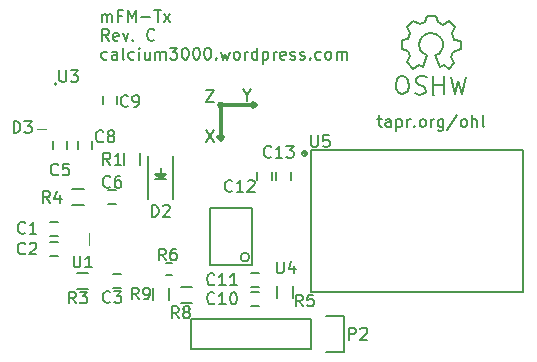
<source format=gto>
G04 #@! TF.FileFunction,Legend,Top*
%FSLAX46Y46*%
G04 Gerber Fmt 4.6, Leading zero omitted, Abs format (unit mm)*
G04 Created by KiCad (PCBNEW 4.0.2+dfsg1-stable) date Sun 14 May 2017 07:45:38 PM MDT*
%MOMM*%
G01*
G04 APERTURE LIST*
%ADD10C,0.100000*%
%ADD11C,0.200000*%
%ADD12C,0.150000*%
%ADD13C,0.300000*%
G04 APERTURE END LIST*
D10*
D11*
X194352380Y-102085714D02*
X194733332Y-102085714D01*
X194495237Y-101752381D02*
X194495237Y-102609524D01*
X194542856Y-102704762D01*
X194638094Y-102752381D01*
X194733332Y-102752381D01*
X195495238Y-102752381D02*
X195495238Y-102228571D01*
X195447619Y-102133333D01*
X195352381Y-102085714D01*
X195161904Y-102085714D01*
X195066666Y-102133333D01*
X195495238Y-102704762D02*
X195400000Y-102752381D01*
X195161904Y-102752381D01*
X195066666Y-102704762D01*
X195019047Y-102609524D01*
X195019047Y-102514286D01*
X195066666Y-102419048D01*
X195161904Y-102371429D01*
X195400000Y-102371429D01*
X195495238Y-102323810D01*
X195971428Y-102085714D02*
X195971428Y-103085714D01*
X195971428Y-102133333D02*
X196066666Y-102085714D01*
X196257143Y-102085714D01*
X196352381Y-102133333D01*
X196400000Y-102180952D01*
X196447619Y-102276190D01*
X196447619Y-102561905D01*
X196400000Y-102657143D01*
X196352381Y-102704762D01*
X196257143Y-102752381D01*
X196066666Y-102752381D01*
X195971428Y-102704762D01*
X196876190Y-102752381D02*
X196876190Y-102085714D01*
X196876190Y-102276190D02*
X196923809Y-102180952D01*
X196971428Y-102133333D01*
X197066666Y-102085714D01*
X197161905Y-102085714D01*
X197495238Y-102657143D02*
X197542857Y-102704762D01*
X197495238Y-102752381D01*
X197447619Y-102704762D01*
X197495238Y-102657143D01*
X197495238Y-102752381D01*
X198114285Y-102752381D02*
X198019047Y-102704762D01*
X197971428Y-102657143D01*
X197923809Y-102561905D01*
X197923809Y-102276190D01*
X197971428Y-102180952D01*
X198019047Y-102133333D01*
X198114285Y-102085714D01*
X198257143Y-102085714D01*
X198352381Y-102133333D01*
X198400000Y-102180952D01*
X198447619Y-102276190D01*
X198447619Y-102561905D01*
X198400000Y-102657143D01*
X198352381Y-102704762D01*
X198257143Y-102752381D01*
X198114285Y-102752381D01*
X198876190Y-102752381D02*
X198876190Y-102085714D01*
X198876190Y-102276190D02*
X198923809Y-102180952D01*
X198971428Y-102133333D01*
X199066666Y-102085714D01*
X199161905Y-102085714D01*
X199923810Y-102085714D02*
X199923810Y-102895238D01*
X199876191Y-102990476D01*
X199828572Y-103038095D01*
X199733333Y-103085714D01*
X199590476Y-103085714D01*
X199495238Y-103038095D01*
X199923810Y-102704762D02*
X199828572Y-102752381D01*
X199638095Y-102752381D01*
X199542857Y-102704762D01*
X199495238Y-102657143D01*
X199447619Y-102561905D01*
X199447619Y-102276190D01*
X199495238Y-102180952D01*
X199542857Y-102133333D01*
X199638095Y-102085714D01*
X199828572Y-102085714D01*
X199923810Y-102133333D01*
X201114286Y-101704762D02*
X200257143Y-102990476D01*
X201590476Y-102752381D02*
X201495238Y-102704762D01*
X201447619Y-102657143D01*
X201400000Y-102561905D01*
X201400000Y-102276190D01*
X201447619Y-102180952D01*
X201495238Y-102133333D01*
X201590476Y-102085714D01*
X201733334Y-102085714D01*
X201828572Y-102133333D01*
X201876191Y-102180952D01*
X201923810Y-102276190D01*
X201923810Y-102561905D01*
X201876191Y-102657143D01*
X201828572Y-102704762D01*
X201733334Y-102752381D01*
X201590476Y-102752381D01*
X202352381Y-102752381D02*
X202352381Y-101752381D01*
X202780953Y-102752381D02*
X202780953Y-102228571D01*
X202733334Y-102133333D01*
X202638096Y-102085714D01*
X202495238Y-102085714D01*
X202400000Y-102133333D01*
X202352381Y-102180952D01*
X203400000Y-102752381D02*
X203304762Y-102704762D01*
X203257143Y-102609524D01*
X203257143Y-101752381D01*
X171038095Y-93852381D02*
X171038095Y-93185714D01*
X171038095Y-93280952D02*
X171085714Y-93233333D01*
X171180952Y-93185714D01*
X171323810Y-93185714D01*
X171419048Y-93233333D01*
X171466667Y-93328571D01*
X171466667Y-93852381D01*
X171466667Y-93328571D02*
X171514286Y-93233333D01*
X171609524Y-93185714D01*
X171752381Y-93185714D01*
X171847619Y-93233333D01*
X171895238Y-93328571D01*
X171895238Y-93852381D01*
X172704762Y-93328571D02*
X172371428Y-93328571D01*
X172371428Y-93852381D02*
X172371428Y-92852381D01*
X172847619Y-92852381D01*
X173228571Y-93852381D02*
X173228571Y-92852381D01*
X173561905Y-93566667D01*
X173895238Y-92852381D01*
X173895238Y-93852381D01*
X174371428Y-93471429D02*
X175133333Y-93471429D01*
X175466666Y-92852381D02*
X176038095Y-92852381D01*
X175752380Y-93852381D02*
X175752380Y-92852381D01*
X176276190Y-93852381D02*
X176800000Y-93185714D01*
X176276190Y-93185714D02*
X176800000Y-93852381D01*
X171609524Y-95452381D02*
X171276190Y-94976190D01*
X171038095Y-95452381D02*
X171038095Y-94452381D01*
X171419048Y-94452381D01*
X171514286Y-94500000D01*
X171561905Y-94547619D01*
X171609524Y-94642857D01*
X171609524Y-94785714D01*
X171561905Y-94880952D01*
X171514286Y-94928571D01*
X171419048Y-94976190D01*
X171038095Y-94976190D01*
X172419048Y-95404762D02*
X172323810Y-95452381D01*
X172133333Y-95452381D01*
X172038095Y-95404762D01*
X171990476Y-95309524D01*
X171990476Y-94928571D01*
X172038095Y-94833333D01*
X172133333Y-94785714D01*
X172323810Y-94785714D01*
X172419048Y-94833333D01*
X172466667Y-94928571D01*
X172466667Y-95023810D01*
X171990476Y-95119048D01*
X172800000Y-94785714D02*
X173038095Y-95452381D01*
X173276191Y-94785714D01*
X173657143Y-95357143D02*
X173704762Y-95404762D01*
X173657143Y-95452381D01*
X173609524Y-95404762D01*
X173657143Y-95357143D01*
X173657143Y-95452381D01*
X175466667Y-95357143D02*
X175419048Y-95404762D01*
X175276191Y-95452381D01*
X175180953Y-95452381D01*
X175038095Y-95404762D01*
X174942857Y-95309524D01*
X174895238Y-95214286D01*
X174847619Y-95023810D01*
X174847619Y-94880952D01*
X174895238Y-94690476D01*
X174942857Y-94595238D01*
X175038095Y-94500000D01*
X175180953Y-94452381D01*
X175276191Y-94452381D01*
X175419048Y-94500000D01*
X175466667Y-94547619D01*
X171466667Y-97004762D02*
X171371429Y-97052381D01*
X171180952Y-97052381D01*
X171085714Y-97004762D01*
X171038095Y-96957143D01*
X170990476Y-96861905D01*
X170990476Y-96576190D01*
X171038095Y-96480952D01*
X171085714Y-96433333D01*
X171180952Y-96385714D01*
X171371429Y-96385714D01*
X171466667Y-96433333D01*
X172323810Y-97052381D02*
X172323810Y-96528571D01*
X172276191Y-96433333D01*
X172180953Y-96385714D01*
X171990476Y-96385714D01*
X171895238Y-96433333D01*
X172323810Y-97004762D02*
X172228572Y-97052381D01*
X171990476Y-97052381D01*
X171895238Y-97004762D01*
X171847619Y-96909524D01*
X171847619Y-96814286D01*
X171895238Y-96719048D01*
X171990476Y-96671429D01*
X172228572Y-96671429D01*
X172323810Y-96623810D01*
X172942857Y-97052381D02*
X172847619Y-97004762D01*
X172800000Y-96909524D01*
X172800000Y-96052381D01*
X173752382Y-97004762D02*
X173657144Y-97052381D01*
X173466667Y-97052381D01*
X173371429Y-97004762D01*
X173323810Y-96957143D01*
X173276191Y-96861905D01*
X173276191Y-96576190D01*
X173323810Y-96480952D01*
X173371429Y-96433333D01*
X173466667Y-96385714D01*
X173657144Y-96385714D01*
X173752382Y-96433333D01*
X174180953Y-97052381D02*
X174180953Y-96385714D01*
X174180953Y-96052381D02*
X174133334Y-96100000D01*
X174180953Y-96147619D01*
X174228572Y-96100000D01*
X174180953Y-96052381D01*
X174180953Y-96147619D01*
X175085715Y-96385714D02*
X175085715Y-97052381D01*
X174657143Y-96385714D02*
X174657143Y-96909524D01*
X174704762Y-97004762D01*
X174800000Y-97052381D01*
X174942858Y-97052381D01*
X175038096Y-97004762D01*
X175085715Y-96957143D01*
X175561905Y-97052381D02*
X175561905Y-96385714D01*
X175561905Y-96480952D02*
X175609524Y-96433333D01*
X175704762Y-96385714D01*
X175847620Y-96385714D01*
X175942858Y-96433333D01*
X175990477Y-96528571D01*
X175990477Y-97052381D01*
X175990477Y-96528571D02*
X176038096Y-96433333D01*
X176133334Y-96385714D01*
X176276191Y-96385714D01*
X176371429Y-96433333D01*
X176419048Y-96528571D01*
X176419048Y-97052381D01*
X176800000Y-96052381D02*
X177419048Y-96052381D01*
X177085714Y-96433333D01*
X177228572Y-96433333D01*
X177323810Y-96480952D01*
X177371429Y-96528571D01*
X177419048Y-96623810D01*
X177419048Y-96861905D01*
X177371429Y-96957143D01*
X177323810Y-97004762D01*
X177228572Y-97052381D01*
X176942857Y-97052381D01*
X176847619Y-97004762D01*
X176800000Y-96957143D01*
X178038095Y-96052381D02*
X178133334Y-96052381D01*
X178228572Y-96100000D01*
X178276191Y-96147619D01*
X178323810Y-96242857D01*
X178371429Y-96433333D01*
X178371429Y-96671429D01*
X178323810Y-96861905D01*
X178276191Y-96957143D01*
X178228572Y-97004762D01*
X178133334Y-97052381D01*
X178038095Y-97052381D01*
X177942857Y-97004762D01*
X177895238Y-96957143D01*
X177847619Y-96861905D01*
X177800000Y-96671429D01*
X177800000Y-96433333D01*
X177847619Y-96242857D01*
X177895238Y-96147619D01*
X177942857Y-96100000D01*
X178038095Y-96052381D01*
X178990476Y-96052381D02*
X179085715Y-96052381D01*
X179180953Y-96100000D01*
X179228572Y-96147619D01*
X179276191Y-96242857D01*
X179323810Y-96433333D01*
X179323810Y-96671429D01*
X179276191Y-96861905D01*
X179228572Y-96957143D01*
X179180953Y-97004762D01*
X179085715Y-97052381D01*
X178990476Y-97052381D01*
X178895238Y-97004762D01*
X178847619Y-96957143D01*
X178800000Y-96861905D01*
X178752381Y-96671429D01*
X178752381Y-96433333D01*
X178800000Y-96242857D01*
X178847619Y-96147619D01*
X178895238Y-96100000D01*
X178990476Y-96052381D01*
X179942857Y-96052381D02*
X180038096Y-96052381D01*
X180133334Y-96100000D01*
X180180953Y-96147619D01*
X180228572Y-96242857D01*
X180276191Y-96433333D01*
X180276191Y-96671429D01*
X180228572Y-96861905D01*
X180180953Y-96957143D01*
X180133334Y-97004762D01*
X180038096Y-97052381D01*
X179942857Y-97052381D01*
X179847619Y-97004762D01*
X179800000Y-96957143D01*
X179752381Y-96861905D01*
X179704762Y-96671429D01*
X179704762Y-96433333D01*
X179752381Y-96242857D01*
X179800000Y-96147619D01*
X179847619Y-96100000D01*
X179942857Y-96052381D01*
X180704762Y-96957143D02*
X180752381Y-97004762D01*
X180704762Y-97052381D01*
X180657143Y-97004762D01*
X180704762Y-96957143D01*
X180704762Y-97052381D01*
X181085714Y-96385714D02*
X181276190Y-97052381D01*
X181466667Y-96576190D01*
X181657143Y-97052381D01*
X181847619Y-96385714D01*
X182371428Y-97052381D02*
X182276190Y-97004762D01*
X182228571Y-96957143D01*
X182180952Y-96861905D01*
X182180952Y-96576190D01*
X182228571Y-96480952D01*
X182276190Y-96433333D01*
X182371428Y-96385714D01*
X182514286Y-96385714D01*
X182609524Y-96433333D01*
X182657143Y-96480952D01*
X182704762Y-96576190D01*
X182704762Y-96861905D01*
X182657143Y-96957143D01*
X182609524Y-97004762D01*
X182514286Y-97052381D01*
X182371428Y-97052381D01*
X183133333Y-97052381D02*
X183133333Y-96385714D01*
X183133333Y-96576190D02*
X183180952Y-96480952D01*
X183228571Y-96433333D01*
X183323809Y-96385714D01*
X183419048Y-96385714D01*
X184180953Y-97052381D02*
X184180953Y-96052381D01*
X184180953Y-97004762D02*
X184085715Y-97052381D01*
X183895238Y-97052381D01*
X183800000Y-97004762D01*
X183752381Y-96957143D01*
X183704762Y-96861905D01*
X183704762Y-96576190D01*
X183752381Y-96480952D01*
X183800000Y-96433333D01*
X183895238Y-96385714D01*
X184085715Y-96385714D01*
X184180953Y-96433333D01*
X184657143Y-96385714D02*
X184657143Y-97385714D01*
X184657143Y-96433333D02*
X184752381Y-96385714D01*
X184942858Y-96385714D01*
X185038096Y-96433333D01*
X185085715Y-96480952D01*
X185133334Y-96576190D01*
X185133334Y-96861905D01*
X185085715Y-96957143D01*
X185038096Y-97004762D01*
X184942858Y-97052381D01*
X184752381Y-97052381D01*
X184657143Y-97004762D01*
X185561905Y-97052381D02*
X185561905Y-96385714D01*
X185561905Y-96576190D02*
X185609524Y-96480952D01*
X185657143Y-96433333D01*
X185752381Y-96385714D01*
X185847620Y-96385714D01*
X186561906Y-97004762D02*
X186466668Y-97052381D01*
X186276191Y-97052381D01*
X186180953Y-97004762D01*
X186133334Y-96909524D01*
X186133334Y-96528571D01*
X186180953Y-96433333D01*
X186276191Y-96385714D01*
X186466668Y-96385714D01*
X186561906Y-96433333D01*
X186609525Y-96528571D01*
X186609525Y-96623810D01*
X186133334Y-96719048D01*
X186990477Y-97004762D02*
X187085715Y-97052381D01*
X187276191Y-97052381D01*
X187371430Y-97004762D01*
X187419049Y-96909524D01*
X187419049Y-96861905D01*
X187371430Y-96766667D01*
X187276191Y-96719048D01*
X187133334Y-96719048D01*
X187038096Y-96671429D01*
X186990477Y-96576190D01*
X186990477Y-96528571D01*
X187038096Y-96433333D01*
X187133334Y-96385714D01*
X187276191Y-96385714D01*
X187371430Y-96433333D01*
X187800001Y-97004762D02*
X187895239Y-97052381D01*
X188085715Y-97052381D01*
X188180954Y-97004762D01*
X188228573Y-96909524D01*
X188228573Y-96861905D01*
X188180954Y-96766667D01*
X188085715Y-96719048D01*
X187942858Y-96719048D01*
X187847620Y-96671429D01*
X187800001Y-96576190D01*
X187800001Y-96528571D01*
X187847620Y-96433333D01*
X187942858Y-96385714D01*
X188085715Y-96385714D01*
X188180954Y-96433333D01*
X188657144Y-96957143D02*
X188704763Y-97004762D01*
X188657144Y-97052381D01*
X188609525Y-97004762D01*
X188657144Y-96957143D01*
X188657144Y-97052381D01*
X189561906Y-97004762D02*
X189466668Y-97052381D01*
X189276191Y-97052381D01*
X189180953Y-97004762D01*
X189133334Y-96957143D01*
X189085715Y-96861905D01*
X189085715Y-96576190D01*
X189133334Y-96480952D01*
X189180953Y-96433333D01*
X189276191Y-96385714D01*
X189466668Y-96385714D01*
X189561906Y-96433333D01*
X190133334Y-97052381D02*
X190038096Y-97004762D01*
X189990477Y-96957143D01*
X189942858Y-96861905D01*
X189942858Y-96576190D01*
X189990477Y-96480952D01*
X190038096Y-96433333D01*
X190133334Y-96385714D01*
X190276192Y-96385714D01*
X190371430Y-96433333D01*
X190419049Y-96480952D01*
X190466668Y-96576190D01*
X190466668Y-96861905D01*
X190419049Y-96957143D01*
X190371430Y-97004762D01*
X190276192Y-97052381D01*
X190133334Y-97052381D01*
X190895239Y-97052381D02*
X190895239Y-96385714D01*
X190895239Y-96480952D02*
X190942858Y-96433333D01*
X191038096Y-96385714D01*
X191180954Y-96385714D01*
X191276192Y-96433333D01*
X191323811Y-96528571D01*
X191323811Y-97052381D01*
X191323811Y-96528571D02*
X191371430Y-96433333D01*
X191466668Y-96385714D01*
X191609525Y-96385714D01*
X191704763Y-96433333D01*
X191752382Y-96528571D01*
X191752382Y-97052381D01*
D12*
X180222000Y-114413000D02*
X180222000Y-109587000D01*
X180222000Y-109587000D02*
X183778000Y-109587000D01*
X183778000Y-109587000D02*
X183778000Y-114413000D01*
X183778000Y-114413000D02*
X180222000Y-114413000D01*
X183524000Y-113778000D02*
G75*
G03X183524000Y-113778000I-381000J0D01*
G01*
X177700000Y-116325000D02*
X178700000Y-116325000D01*
X178700000Y-117675000D02*
X177700000Y-117675000D01*
X188710000Y-119030000D02*
X178550000Y-119030000D01*
X178550000Y-119030000D02*
X178550000Y-121570000D01*
X178550000Y-121570000D02*
X188710000Y-121570000D01*
X191530000Y-118750000D02*
X189980000Y-118750000D01*
X188710000Y-119030000D02*
X188710000Y-121570000D01*
X189980000Y-121850000D02*
X191530000Y-121850000D01*
X191530000Y-121850000D02*
X191530000Y-118750000D01*
X167350000Y-112000000D02*
X166650000Y-112000000D01*
X166650000Y-110800000D02*
X167350000Y-110800000D01*
X167350000Y-113659421D02*
X166650000Y-113659421D01*
X166650000Y-112459421D02*
X167350000Y-112459421D01*
X171942721Y-115200000D02*
X172642721Y-115200000D01*
X172642721Y-116400000D02*
X171942721Y-116400000D01*
X168100000Y-103950000D02*
X168100000Y-104650000D01*
X166900000Y-104650000D02*
X166900000Y-103950000D01*
X171542721Y-108100000D02*
X172242721Y-108100000D01*
X172242721Y-109300000D02*
X171542721Y-109300000D01*
X170200000Y-103950000D02*
X170200000Y-104650000D01*
X169000000Y-104650000D02*
X169000000Y-103950000D01*
X172300000Y-100150000D02*
X172300000Y-100850000D01*
X171100000Y-100850000D02*
X171100000Y-100150000D01*
X184350000Y-117900000D02*
X183650000Y-117900000D01*
X183650000Y-116700000D02*
X184350000Y-116700000D01*
X184350000Y-116300000D02*
X183650000Y-116300000D01*
X183650000Y-115100000D02*
X184350000Y-115100000D01*
X185400000Y-106550000D02*
X185400000Y-107250000D01*
X184200000Y-107250000D02*
X184200000Y-106550000D01*
X187000000Y-106550000D02*
X187000000Y-107250000D01*
X185800000Y-107250000D02*
X185800000Y-106550000D01*
X177050000Y-108850000D02*
X177050000Y-105250000D01*
X174950000Y-108850000D02*
X174950000Y-105250000D01*
X175700000Y-106800000D02*
X176300000Y-106800000D01*
X176300000Y-106800000D02*
X176000000Y-107100000D01*
X176000000Y-107100000D02*
X175800000Y-106900000D01*
X175800000Y-106900000D02*
X176050000Y-106900000D01*
X176050000Y-106900000D02*
X176000000Y-106950000D01*
X175500000Y-107200000D02*
X176500000Y-107200000D01*
X176000000Y-106700000D02*
X176000000Y-106200000D01*
X176000000Y-107200000D02*
X175500000Y-106700000D01*
X175500000Y-106700000D02*
X176500000Y-106700000D01*
X176500000Y-106700000D02*
X176000000Y-107200000D01*
D10*
X166300000Y-102900000D02*
X165500000Y-102900000D01*
D12*
X169892721Y-116475000D02*
X168892721Y-116475000D01*
X168892721Y-115125000D02*
X169892721Y-115125000D01*
X169492721Y-109375000D02*
X168492721Y-109375000D01*
X168492721Y-108025000D02*
X169492721Y-108025000D01*
X187175000Y-116200000D02*
X187175000Y-117200000D01*
X185825000Y-117200000D02*
X185825000Y-116200000D01*
X176675000Y-116400000D02*
X176675000Y-117400000D01*
X175325000Y-117400000D02*
X175325000Y-116400000D01*
X167200000Y-99100000D02*
G75*
G03X167200000Y-99100000I-100000J0D01*
G01*
X176950000Y-114275000D02*
X176450000Y-114275000D01*
X176450000Y-115325000D02*
X176950000Y-115325000D01*
X172925000Y-106000000D02*
X172925000Y-105000000D01*
X174275000Y-105000000D02*
X174275000Y-106000000D01*
X181323607Y-100900000D02*
G75*
G03X181323607Y-100900000I-223607J0D01*
G01*
D13*
X184100000Y-100900000D02*
X183800000Y-100700000D01*
X181100000Y-100900000D02*
X184100000Y-100900000D01*
X184100000Y-100900000D02*
X183800000Y-101100000D01*
X181100000Y-103900000D02*
X181300000Y-103600000D01*
X181100000Y-100900000D02*
X181100000Y-103900000D01*
X181100000Y-103900000D02*
X180900000Y-103600000D01*
D12*
X200568780Y-98489860D02*
X200929460Y-99960520D01*
X200929460Y-99960520D02*
X201208860Y-98898800D01*
X201208860Y-98898800D02*
X201518740Y-99970680D01*
X201518740Y-99970680D02*
X201859100Y-98520340D01*
X199148920Y-99180740D02*
X199938860Y-99170580D01*
X199938860Y-99170580D02*
X199949020Y-99180740D01*
X199949020Y-99180740D02*
X199949020Y-99170580D01*
X199989660Y-98459380D02*
X199989660Y-100001160D01*
X199100660Y-98449220D02*
X199100660Y-100018940D01*
X199100660Y-100018940D02*
X199110820Y-100008780D01*
X198549480Y-98550820D02*
X198198960Y-98469540D01*
X198198960Y-98469540D02*
X197878920Y-98459380D01*
X197878920Y-98459380D02*
X197640160Y-98660040D01*
X197640160Y-98660040D02*
X197609680Y-98929280D01*
X197609680Y-98929280D02*
X197850980Y-99170580D01*
X197850980Y-99170580D02*
X198239600Y-99300120D01*
X198239600Y-99300120D02*
X198419940Y-99460140D01*
X198419940Y-99460140D02*
X198460580Y-99759860D01*
X198460580Y-99759860D02*
X198229440Y-99980840D01*
X198229440Y-99980840D02*
X197909400Y-100008780D01*
X197909400Y-100008780D02*
X197558880Y-99899560D01*
X196520020Y-98449220D02*
X196271100Y-98469540D01*
X196271100Y-98469540D02*
X196029800Y-98710840D01*
X196029800Y-98710840D02*
X195940900Y-99201060D01*
X195940900Y-99201060D02*
X195968840Y-99549040D01*
X195968840Y-99549040D02*
X196169500Y-99869080D01*
X196169500Y-99869080D02*
X196420960Y-99991000D01*
X196420960Y-99991000D02*
X196730840Y-99919880D01*
X196730840Y-99919880D02*
X196949280Y-99739540D01*
X196949280Y-99739540D02*
X197020400Y-99279800D01*
X197020400Y-99279800D02*
X196969600Y-98870860D01*
X196969600Y-98870860D02*
X196860380Y-98588920D01*
X196860380Y-98588920D02*
X196499700Y-98459380D01*
X197119460Y-96729640D02*
X196860380Y-97290980D01*
X196860380Y-97290980D02*
X197398860Y-97809140D01*
X197398860Y-97809140D02*
X197919560Y-97539900D01*
X197919560Y-97539900D02*
X198198960Y-97699920D01*
X199639140Y-97679600D02*
X199969340Y-97489100D01*
X199969340Y-97489100D02*
X200408760Y-97819300D01*
X200408760Y-97819300D02*
X200881200Y-97329080D01*
X200881200Y-97329080D02*
X200599260Y-96849020D01*
X200599260Y-96849020D02*
X200789760Y-96379120D01*
X200789760Y-96379120D02*
X201399360Y-96191160D01*
X201399360Y-96191160D02*
X201399360Y-95510440D01*
X201399360Y-95510440D02*
X200840560Y-95370740D01*
X200840560Y-95370740D02*
X200639900Y-94799240D01*
X200639900Y-94799240D02*
X200909140Y-94329340D01*
X200909140Y-94329340D02*
X200439240Y-93818800D01*
X200439240Y-93818800D02*
X199921080Y-94080420D01*
X199921080Y-94080420D02*
X199451180Y-93879760D01*
X199451180Y-93879760D02*
X199281000Y-93338740D01*
X199281000Y-93338740D02*
X198590120Y-93320960D01*
X198590120Y-93320960D02*
X198379300Y-93869600D01*
X198379300Y-93869600D02*
X197960200Y-94039780D01*
X197960200Y-94039780D02*
X197409020Y-93770540D01*
X197409020Y-93770540D02*
X196890860Y-94298860D01*
X196890860Y-94298860D02*
X197139780Y-94839880D01*
X197139780Y-94839880D02*
X196969600Y-95319940D01*
X196969600Y-95319940D02*
X196420960Y-95419000D01*
X196420960Y-95419000D02*
X196410800Y-96120040D01*
X196410800Y-96120040D02*
X196969600Y-96320700D01*
X196969600Y-96320700D02*
X197109300Y-96719480D01*
X199250520Y-96699160D02*
X199550240Y-96549300D01*
X199550240Y-96549300D02*
X199750900Y-96351180D01*
X199750900Y-96351180D02*
X199900760Y-95949860D01*
X199900760Y-95949860D02*
X199900760Y-95551080D01*
X199900760Y-95551080D02*
X199750900Y-95200560D01*
X199750900Y-95200560D02*
X199298780Y-94850040D01*
X199298780Y-94850040D02*
X198849200Y-94799240D01*
X198849200Y-94799240D02*
X198450420Y-94900840D01*
X198450420Y-94900840D02*
X198049100Y-95248820D01*
X198049100Y-95248820D02*
X197899240Y-95700940D01*
X197899240Y-95700940D02*
X197950040Y-96198780D01*
X197950040Y-96198780D02*
X198198960Y-96501040D01*
X198198960Y-96501040D02*
X198549480Y-96699160D01*
X198549480Y-96699160D02*
X198198960Y-97699920D01*
X199250520Y-96699160D02*
X199649300Y-97699920D01*
X188423607Y-105000000D02*
G75*
G03X188423607Y-105000000I-223607J0D01*
G01*
X188300000Y-105000000D02*
G75*
G03X188300000Y-105000000I-100000J0D01*
G01*
X206700000Y-104700000D02*
X188700000Y-104700000D01*
X206700000Y-116700000D02*
X206700000Y-104700000D01*
X188700000Y-116700000D02*
X206700000Y-116700000D01*
X188700000Y-104700000D02*
X188700000Y-116700000D01*
D10*
X169942721Y-112759421D02*
X169942721Y-111759421D01*
D12*
X185838095Y-114152381D02*
X185838095Y-114961905D01*
X185885714Y-115057143D01*
X185933333Y-115104762D01*
X186028571Y-115152381D01*
X186219048Y-115152381D01*
X186314286Y-115104762D01*
X186361905Y-115057143D01*
X186409524Y-114961905D01*
X186409524Y-114152381D01*
X187314286Y-114485714D02*
X187314286Y-115152381D01*
X187076190Y-114104762D02*
X186838095Y-114819048D01*
X187457143Y-114819048D01*
X177533334Y-118952381D02*
X177200000Y-118476190D01*
X176961905Y-118952381D02*
X176961905Y-117952381D01*
X177342858Y-117952381D01*
X177438096Y-118000000D01*
X177485715Y-118047619D01*
X177533334Y-118142857D01*
X177533334Y-118285714D01*
X177485715Y-118380952D01*
X177438096Y-118428571D01*
X177342858Y-118476190D01*
X176961905Y-118476190D01*
X178104762Y-118380952D02*
X178009524Y-118333333D01*
X177961905Y-118285714D01*
X177914286Y-118190476D01*
X177914286Y-118142857D01*
X177961905Y-118047619D01*
X178009524Y-118000000D01*
X178104762Y-117952381D01*
X178295239Y-117952381D01*
X178390477Y-118000000D01*
X178438096Y-118047619D01*
X178485715Y-118142857D01*
X178485715Y-118190476D01*
X178438096Y-118285714D01*
X178390477Y-118333333D01*
X178295239Y-118380952D01*
X178104762Y-118380952D01*
X178009524Y-118428571D01*
X177961905Y-118476190D01*
X177914286Y-118571429D01*
X177914286Y-118761905D01*
X177961905Y-118857143D01*
X178009524Y-118904762D01*
X178104762Y-118952381D01*
X178295239Y-118952381D01*
X178390477Y-118904762D01*
X178438096Y-118857143D01*
X178485715Y-118761905D01*
X178485715Y-118571429D01*
X178438096Y-118476190D01*
X178390477Y-118428571D01*
X178295239Y-118380952D01*
X191961905Y-120752381D02*
X191961905Y-119752381D01*
X192342858Y-119752381D01*
X192438096Y-119800000D01*
X192485715Y-119847619D01*
X192533334Y-119942857D01*
X192533334Y-120085714D01*
X192485715Y-120180952D01*
X192438096Y-120228571D01*
X192342858Y-120276190D01*
X191961905Y-120276190D01*
X192914286Y-119847619D02*
X192961905Y-119800000D01*
X193057143Y-119752381D01*
X193295239Y-119752381D01*
X193390477Y-119800000D01*
X193438096Y-119847619D01*
X193485715Y-119942857D01*
X193485715Y-120038095D01*
X193438096Y-120180952D01*
X192866667Y-120752381D01*
X193485715Y-120752381D01*
X164540613Y-111697722D02*
X164492994Y-111745341D01*
X164350137Y-111792960D01*
X164254899Y-111792960D01*
X164112041Y-111745341D01*
X164016803Y-111650103D01*
X163969184Y-111554865D01*
X163921565Y-111364389D01*
X163921565Y-111221531D01*
X163969184Y-111031055D01*
X164016803Y-110935817D01*
X164112041Y-110840579D01*
X164254899Y-110792960D01*
X164350137Y-110792960D01*
X164492994Y-110840579D01*
X164540613Y-110888198D01*
X165492994Y-111792960D02*
X164921565Y-111792960D01*
X165207279Y-111792960D02*
X165207279Y-110792960D01*
X165112041Y-110935817D01*
X165016803Y-111031055D01*
X164921565Y-111078674D01*
X164540613Y-113457143D02*
X164492994Y-113504762D01*
X164350137Y-113552381D01*
X164254899Y-113552381D01*
X164112041Y-113504762D01*
X164016803Y-113409524D01*
X163969184Y-113314286D01*
X163921565Y-113123810D01*
X163921565Y-112980952D01*
X163969184Y-112790476D01*
X164016803Y-112695238D01*
X164112041Y-112600000D01*
X164254899Y-112552381D01*
X164350137Y-112552381D01*
X164492994Y-112600000D01*
X164540613Y-112647619D01*
X164921565Y-112647619D02*
X164969184Y-112600000D01*
X165064422Y-112552381D01*
X165302518Y-112552381D01*
X165397756Y-112600000D01*
X165445375Y-112647619D01*
X165492994Y-112742857D01*
X165492994Y-112838095D01*
X165445375Y-112980952D01*
X164873946Y-113552381D01*
X165492994Y-113552381D01*
X171733334Y-117557143D02*
X171685715Y-117604762D01*
X171542858Y-117652381D01*
X171447620Y-117652381D01*
X171304762Y-117604762D01*
X171209524Y-117509524D01*
X171161905Y-117414286D01*
X171114286Y-117223810D01*
X171114286Y-117080952D01*
X171161905Y-116890476D01*
X171209524Y-116795238D01*
X171304762Y-116700000D01*
X171447620Y-116652381D01*
X171542858Y-116652381D01*
X171685715Y-116700000D01*
X171733334Y-116747619D01*
X172066667Y-116652381D02*
X172685715Y-116652381D01*
X172352381Y-117033333D01*
X172495239Y-117033333D01*
X172590477Y-117080952D01*
X172638096Y-117128571D01*
X172685715Y-117223810D01*
X172685715Y-117461905D01*
X172638096Y-117557143D01*
X172590477Y-117604762D01*
X172495239Y-117652381D01*
X172209524Y-117652381D01*
X172114286Y-117604762D01*
X172066667Y-117557143D01*
X167333334Y-106757143D02*
X167285715Y-106804762D01*
X167142858Y-106852381D01*
X167047620Y-106852381D01*
X166904762Y-106804762D01*
X166809524Y-106709524D01*
X166761905Y-106614286D01*
X166714286Y-106423810D01*
X166714286Y-106280952D01*
X166761905Y-106090476D01*
X166809524Y-105995238D01*
X166904762Y-105900000D01*
X167047620Y-105852381D01*
X167142858Y-105852381D01*
X167285715Y-105900000D01*
X167333334Y-105947619D01*
X168238096Y-105852381D02*
X167761905Y-105852381D01*
X167714286Y-106328571D01*
X167761905Y-106280952D01*
X167857143Y-106233333D01*
X168095239Y-106233333D01*
X168190477Y-106280952D01*
X168238096Y-106328571D01*
X168285715Y-106423810D01*
X168285715Y-106661905D01*
X168238096Y-106757143D01*
X168190477Y-106804762D01*
X168095239Y-106852381D01*
X167857143Y-106852381D01*
X167761905Y-106804762D01*
X167714286Y-106757143D01*
X171726055Y-107797722D02*
X171678436Y-107845341D01*
X171535579Y-107892960D01*
X171440341Y-107892960D01*
X171297483Y-107845341D01*
X171202245Y-107750103D01*
X171154626Y-107654865D01*
X171107007Y-107464389D01*
X171107007Y-107321531D01*
X171154626Y-107131055D01*
X171202245Y-107035817D01*
X171297483Y-106940579D01*
X171440341Y-106892960D01*
X171535579Y-106892960D01*
X171678436Y-106940579D01*
X171726055Y-106988198D01*
X172583198Y-106892960D02*
X172392721Y-106892960D01*
X172297483Y-106940579D01*
X172249864Y-106988198D01*
X172154626Y-107131055D01*
X172107007Y-107321531D01*
X172107007Y-107702484D01*
X172154626Y-107797722D01*
X172202245Y-107845341D01*
X172297483Y-107892960D01*
X172487960Y-107892960D01*
X172583198Y-107845341D01*
X172630817Y-107797722D01*
X172678436Y-107702484D01*
X172678436Y-107464389D01*
X172630817Y-107369150D01*
X172583198Y-107321531D01*
X172487960Y-107273912D01*
X172297483Y-107273912D01*
X172202245Y-107321531D01*
X172154626Y-107369150D01*
X172107007Y-107464389D01*
X171133334Y-103957143D02*
X171085715Y-104004762D01*
X170942858Y-104052381D01*
X170847620Y-104052381D01*
X170704762Y-104004762D01*
X170609524Y-103909524D01*
X170561905Y-103814286D01*
X170514286Y-103623810D01*
X170514286Y-103480952D01*
X170561905Y-103290476D01*
X170609524Y-103195238D01*
X170704762Y-103100000D01*
X170847620Y-103052381D01*
X170942858Y-103052381D01*
X171085715Y-103100000D01*
X171133334Y-103147619D01*
X171704762Y-103480952D02*
X171609524Y-103433333D01*
X171561905Y-103385714D01*
X171514286Y-103290476D01*
X171514286Y-103242857D01*
X171561905Y-103147619D01*
X171609524Y-103100000D01*
X171704762Y-103052381D01*
X171895239Y-103052381D01*
X171990477Y-103100000D01*
X172038096Y-103147619D01*
X172085715Y-103242857D01*
X172085715Y-103290476D01*
X172038096Y-103385714D01*
X171990477Y-103433333D01*
X171895239Y-103480952D01*
X171704762Y-103480952D01*
X171609524Y-103528571D01*
X171561905Y-103576190D01*
X171514286Y-103671429D01*
X171514286Y-103861905D01*
X171561905Y-103957143D01*
X171609524Y-104004762D01*
X171704762Y-104052381D01*
X171895239Y-104052381D01*
X171990477Y-104004762D01*
X172038096Y-103957143D01*
X172085715Y-103861905D01*
X172085715Y-103671429D01*
X172038096Y-103576190D01*
X171990477Y-103528571D01*
X171895239Y-103480952D01*
X173233334Y-100957143D02*
X173185715Y-101004762D01*
X173042858Y-101052381D01*
X172947620Y-101052381D01*
X172804762Y-101004762D01*
X172709524Y-100909524D01*
X172661905Y-100814286D01*
X172614286Y-100623810D01*
X172614286Y-100480952D01*
X172661905Y-100290476D01*
X172709524Y-100195238D01*
X172804762Y-100100000D01*
X172947620Y-100052381D01*
X173042858Y-100052381D01*
X173185715Y-100100000D01*
X173233334Y-100147619D01*
X173709524Y-101052381D02*
X173900000Y-101052381D01*
X173995239Y-101004762D01*
X174042858Y-100957143D01*
X174138096Y-100814286D01*
X174185715Y-100623810D01*
X174185715Y-100242857D01*
X174138096Y-100147619D01*
X174090477Y-100100000D01*
X173995239Y-100052381D01*
X173804762Y-100052381D01*
X173709524Y-100100000D01*
X173661905Y-100147619D01*
X173614286Y-100242857D01*
X173614286Y-100480952D01*
X173661905Y-100576190D01*
X173709524Y-100623810D01*
X173804762Y-100671429D01*
X173995239Y-100671429D01*
X174090477Y-100623810D01*
X174138096Y-100576190D01*
X174185715Y-100480952D01*
X180557143Y-117657143D02*
X180509524Y-117704762D01*
X180366667Y-117752381D01*
X180271429Y-117752381D01*
X180128571Y-117704762D01*
X180033333Y-117609524D01*
X179985714Y-117514286D01*
X179938095Y-117323810D01*
X179938095Y-117180952D01*
X179985714Y-116990476D01*
X180033333Y-116895238D01*
X180128571Y-116800000D01*
X180271429Y-116752381D01*
X180366667Y-116752381D01*
X180509524Y-116800000D01*
X180557143Y-116847619D01*
X181509524Y-117752381D02*
X180938095Y-117752381D01*
X181223809Y-117752381D02*
X181223809Y-116752381D01*
X181128571Y-116895238D01*
X181033333Y-116990476D01*
X180938095Y-117038095D01*
X182128571Y-116752381D02*
X182223810Y-116752381D01*
X182319048Y-116800000D01*
X182366667Y-116847619D01*
X182414286Y-116942857D01*
X182461905Y-117133333D01*
X182461905Y-117371429D01*
X182414286Y-117561905D01*
X182366667Y-117657143D01*
X182319048Y-117704762D01*
X182223810Y-117752381D01*
X182128571Y-117752381D01*
X182033333Y-117704762D01*
X181985714Y-117657143D01*
X181938095Y-117561905D01*
X181890476Y-117371429D01*
X181890476Y-117133333D01*
X181938095Y-116942857D01*
X181985714Y-116847619D01*
X182033333Y-116800000D01*
X182128571Y-116752381D01*
X180557143Y-116057143D02*
X180509524Y-116104762D01*
X180366667Y-116152381D01*
X180271429Y-116152381D01*
X180128571Y-116104762D01*
X180033333Y-116009524D01*
X179985714Y-115914286D01*
X179938095Y-115723810D01*
X179938095Y-115580952D01*
X179985714Y-115390476D01*
X180033333Y-115295238D01*
X180128571Y-115200000D01*
X180271429Y-115152381D01*
X180366667Y-115152381D01*
X180509524Y-115200000D01*
X180557143Y-115247619D01*
X181509524Y-116152381D02*
X180938095Y-116152381D01*
X181223809Y-116152381D02*
X181223809Y-115152381D01*
X181128571Y-115295238D01*
X181033333Y-115390476D01*
X180938095Y-115438095D01*
X182461905Y-116152381D02*
X181890476Y-116152381D01*
X182176190Y-116152381D02*
X182176190Y-115152381D01*
X182080952Y-115295238D01*
X181985714Y-115390476D01*
X181890476Y-115438095D01*
X182057143Y-108157143D02*
X182009524Y-108204762D01*
X181866667Y-108252381D01*
X181771429Y-108252381D01*
X181628571Y-108204762D01*
X181533333Y-108109524D01*
X181485714Y-108014286D01*
X181438095Y-107823810D01*
X181438095Y-107680952D01*
X181485714Y-107490476D01*
X181533333Y-107395238D01*
X181628571Y-107300000D01*
X181771429Y-107252381D01*
X181866667Y-107252381D01*
X182009524Y-107300000D01*
X182057143Y-107347619D01*
X183009524Y-108252381D02*
X182438095Y-108252381D01*
X182723809Y-108252381D02*
X182723809Y-107252381D01*
X182628571Y-107395238D01*
X182533333Y-107490476D01*
X182438095Y-107538095D01*
X183390476Y-107347619D02*
X183438095Y-107300000D01*
X183533333Y-107252381D01*
X183771429Y-107252381D01*
X183866667Y-107300000D01*
X183914286Y-107347619D01*
X183961905Y-107442857D01*
X183961905Y-107538095D01*
X183914286Y-107680952D01*
X183342857Y-108252381D01*
X183961905Y-108252381D01*
X185357143Y-105257143D02*
X185309524Y-105304762D01*
X185166667Y-105352381D01*
X185071429Y-105352381D01*
X184928571Y-105304762D01*
X184833333Y-105209524D01*
X184785714Y-105114286D01*
X184738095Y-104923810D01*
X184738095Y-104780952D01*
X184785714Y-104590476D01*
X184833333Y-104495238D01*
X184928571Y-104400000D01*
X185071429Y-104352381D01*
X185166667Y-104352381D01*
X185309524Y-104400000D01*
X185357143Y-104447619D01*
X186309524Y-105352381D02*
X185738095Y-105352381D01*
X186023809Y-105352381D02*
X186023809Y-104352381D01*
X185928571Y-104495238D01*
X185833333Y-104590476D01*
X185738095Y-104638095D01*
X186642857Y-104352381D02*
X187261905Y-104352381D01*
X186928571Y-104733333D01*
X187071429Y-104733333D01*
X187166667Y-104780952D01*
X187214286Y-104828571D01*
X187261905Y-104923810D01*
X187261905Y-105161905D01*
X187214286Y-105257143D01*
X187166667Y-105304762D01*
X187071429Y-105352381D01*
X186785714Y-105352381D01*
X186690476Y-105304762D01*
X186642857Y-105257143D01*
X175261905Y-110352381D02*
X175261905Y-109352381D01*
X175500000Y-109352381D01*
X175642858Y-109400000D01*
X175738096Y-109495238D01*
X175785715Y-109590476D01*
X175833334Y-109780952D01*
X175833334Y-109923810D01*
X175785715Y-110114286D01*
X175738096Y-110209524D01*
X175642858Y-110304762D01*
X175500000Y-110352381D01*
X175261905Y-110352381D01*
X176214286Y-109447619D02*
X176261905Y-109400000D01*
X176357143Y-109352381D01*
X176595239Y-109352381D01*
X176690477Y-109400000D01*
X176738096Y-109447619D01*
X176785715Y-109542857D01*
X176785715Y-109638095D01*
X176738096Y-109780952D01*
X176166667Y-110352381D01*
X176785715Y-110352381D01*
X163561905Y-103252381D02*
X163561905Y-102252381D01*
X163800000Y-102252381D01*
X163942858Y-102300000D01*
X164038096Y-102395238D01*
X164085715Y-102490476D01*
X164133334Y-102680952D01*
X164133334Y-102823810D01*
X164085715Y-103014286D01*
X164038096Y-103109524D01*
X163942858Y-103204762D01*
X163800000Y-103252381D01*
X163561905Y-103252381D01*
X164466667Y-102252381D02*
X165085715Y-102252381D01*
X164752381Y-102633333D01*
X164895239Y-102633333D01*
X164990477Y-102680952D01*
X165038096Y-102728571D01*
X165085715Y-102823810D01*
X165085715Y-103061905D01*
X165038096Y-103157143D01*
X164990477Y-103204762D01*
X164895239Y-103252381D01*
X164609524Y-103252381D01*
X164514286Y-103204762D01*
X164466667Y-103157143D01*
X168833334Y-117692960D02*
X168500000Y-117216769D01*
X168261905Y-117692960D02*
X168261905Y-116692960D01*
X168642858Y-116692960D01*
X168738096Y-116740579D01*
X168785715Y-116788198D01*
X168833334Y-116883436D01*
X168833334Y-117026293D01*
X168785715Y-117121531D01*
X168738096Y-117169150D01*
X168642858Y-117216769D01*
X168261905Y-117216769D01*
X169166667Y-116692960D02*
X169785715Y-116692960D01*
X169452381Y-117073912D01*
X169595239Y-117073912D01*
X169690477Y-117121531D01*
X169738096Y-117169150D01*
X169785715Y-117264389D01*
X169785715Y-117502484D01*
X169738096Y-117597722D01*
X169690477Y-117645341D01*
X169595239Y-117692960D01*
X169309524Y-117692960D01*
X169214286Y-117645341D01*
X169166667Y-117597722D01*
X166633334Y-109192960D02*
X166300000Y-108716769D01*
X166061905Y-109192960D02*
X166061905Y-108192960D01*
X166442858Y-108192960D01*
X166538096Y-108240579D01*
X166585715Y-108288198D01*
X166633334Y-108383436D01*
X166633334Y-108526293D01*
X166585715Y-108621531D01*
X166538096Y-108669150D01*
X166442858Y-108716769D01*
X166061905Y-108716769D01*
X167490477Y-108526293D02*
X167490477Y-109192960D01*
X167252381Y-108145341D02*
X167014286Y-108859627D01*
X167633334Y-108859627D01*
X188033334Y-117952381D02*
X187700000Y-117476190D01*
X187461905Y-117952381D02*
X187461905Y-116952381D01*
X187842858Y-116952381D01*
X187938096Y-117000000D01*
X187985715Y-117047619D01*
X188033334Y-117142857D01*
X188033334Y-117285714D01*
X187985715Y-117380952D01*
X187938096Y-117428571D01*
X187842858Y-117476190D01*
X187461905Y-117476190D01*
X188938096Y-116952381D02*
X188461905Y-116952381D01*
X188414286Y-117428571D01*
X188461905Y-117380952D01*
X188557143Y-117333333D01*
X188795239Y-117333333D01*
X188890477Y-117380952D01*
X188938096Y-117428571D01*
X188985715Y-117523810D01*
X188985715Y-117761905D01*
X188938096Y-117857143D01*
X188890477Y-117904762D01*
X188795239Y-117952381D01*
X188557143Y-117952381D01*
X188461905Y-117904762D01*
X188414286Y-117857143D01*
X174133334Y-117352381D02*
X173800000Y-116876190D01*
X173561905Y-117352381D02*
X173561905Y-116352381D01*
X173942858Y-116352381D01*
X174038096Y-116400000D01*
X174085715Y-116447619D01*
X174133334Y-116542857D01*
X174133334Y-116685714D01*
X174085715Y-116780952D01*
X174038096Y-116828571D01*
X173942858Y-116876190D01*
X173561905Y-116876190D01*
X174609524Y-117352381D02*
X174800000Y-117352381D01*
X174895239Y-117304762D01*
X174942858Y-117257143D01*
X175038096Y-117114286D01*
X175085715Y-116923810D01*
X175085715Y-116542857D01*
X175038096Y-116447619D01*
X174990477Y-116400000D01*
X174895239Y-116352381D01*
X174704762Y-116352381D01*
X174609524Y-116400000D01*
X174561905Y-116447619D01*
X174514286Y-116542857D01*
X174514286Y-116780952D01*
X174561905Y-116876190D01*
X174609524Y-116923810D01*
X174704762Y-116971429D01*
X174895239Y-116971429D01*
X174990477Y-116923810D01*
X175038096Y-116876190D01*
X175085715Y-116780952D01*
X167438095Y-97952381D02*
X167438095Y-98761905D01*
X167485714Y-98857143D01*
X167533333Y-98904762D01*
X167628571Y-98952381D01*
X167819048Y-98952381D01*
X167914286Y-98904762D01*
X167961905Y-98857143D01*
X168009524Y-98761905D01*
X168009524Y-97952381D01*
X168390476Y-97952381D02*
X169009524Y-97952381D01*
X168676190Y-98333333D01*
X168819048Y-98333333D01*
X168914286Y-98380952D01*
X168961905Y-98428571D01*
X169009524Y-98523810D01*
X169009524Y-98761905D01*
X168961905Y-98857143D01*
X168914286Y-98904762D01*
X168819048Y-98952381D01*
X168533333Y-98952381D01*
X168438095Y-98904762D01*
X168390476Y-98857143D01*
X176433334Y-114052381D02*
X176100000Y-113576190D01*
X175861905Y-114052381D02*
X175861905Y-113052381D01*
X176242858Y-113052381D01*
X176338096Y-113100000D01*
X176385715Y-113147619D01*
X176433334Y-113242857D01*
X176433334Y-113385714D01*
X176385715Y-113480952D01*
X176338096Y-113528571D01*
X176242858Y-113576190D01*
X175861905Y-113576190D01*
X177290477Y-113052381D02*
X177100000Y-113052381D01*
X177004762Y-113100000D01*
X176957143Y-113147619D01*
X176861905Y-113290476D01*
X176814286Y-113480952D01*
X176814286Y-113861905D01*
X176861905Y-113957143D01*
X176909524Y-114004762D01*
X177004762Y-114052381D01*
X177195239Y-114052381D01*
X177290477Y-114004762D01*
X177338096Y-113957143D01*
X177385715Y-113861905D01*
X177385715Y-113623810D01*
X177338096Y-113528571D01*
X177290477Y-113480952D01*
X177195239Y-113433333D01*
X177004762Y-113433333D01*
X176909524Y-113480952D01*
X176861905Y-113528571D01*
X176814286Y-113623810D01*
X171733334Y-105952381D02*
X171400000Y-105476190D01*
X171161905Y-105952381D02*
X171161905Y-104952381D01*
X171542858Y-104952381D01*
X171638096Y-105000000D01*
X171685715Y-105047619D01*
X171733334Y-105142857D01*
X171733334Y-105285714D01*
X171685715Y-105380952D01*
X171638096Y-105428571D01*
X171542858Y-105476190D01*
X171161905Y-105476190D01*
X172685715Y-105952381D02*
X172114286Y-105952381D01*
X172400000Y-105952381D02*
X172400000Y-104952381D01*
X172304762Y-105095238D01*
X172209524Y-105190476D01*
X172114286Y-105238095D01*
X179866667Y-99652381D02*
X180533334Y-99652381D01*
X179866667Y-100652381D01*
X180533334Y-100652381D01*
X183300000Y-100076190D02*
X183300000Y-100552381D01*
X182966667Y-99552381D02*
X183300000Y-100076190D01*
X183633334Y-99552381D01*
X179866667Y-103052381D02*
X180533334Y-104052381D01*
X180533334Y-103052381D02*
X179866667Y-104052381D01*
X188738095Y-103452381D02*
X188738095Y-104261905D01*
X188785714Y-104357143D01*
X188833333Y-104404762D01*
X188928571Y-104452381D01*
X189119048Y-104452381D01*
X189214286Y-104404762D01*
X189261905Y-104357143D01*
X189309524Y-104261905D01*
X189309524Y-103452381D01*
X190261905Y-103452381D02*
X189785714Y-103452381D01*
X189738095Y-103928571D01*
X189785714Y-103880952D01*
X189880952Y-103833333D01*
X190119048Y-103833333D01*
X190214286Y-103880952D01*
X190261905Y-103928571D01*
X190309524Y-104023810D01*
X190309524Y-104261905D01*
X190261905Y-104357143D01*
X190214286Y-104404762D01*
X190119048Y-104452381D01*
X189880952Y-104452381D01*
X189785714Y-104404762D01*
X189738095Y-104357143D01*
X168638095Y-113652381D02*
X168638095Y-114461905D01*
X168685714Y-114557143D01*
X168733333Y-114604762D01*
X168828571Y-114652381D01*
X169019048Y-114652381D01*
X169114286Y-114604762D01*
X169161905Y-114557143D01*
X169209524Y-114461905D01*
X169209524Y-113652381D01*
X170209524Y-114652381D02*
X169638095Y-114652381D01*
X169923809Y-114652381D02*
X169923809Y-113652381D01*
X169828571Y-113795238D01*
X169733333Y-113890476D01*
X169638095Y-113938095D01*
M02*

</source>
